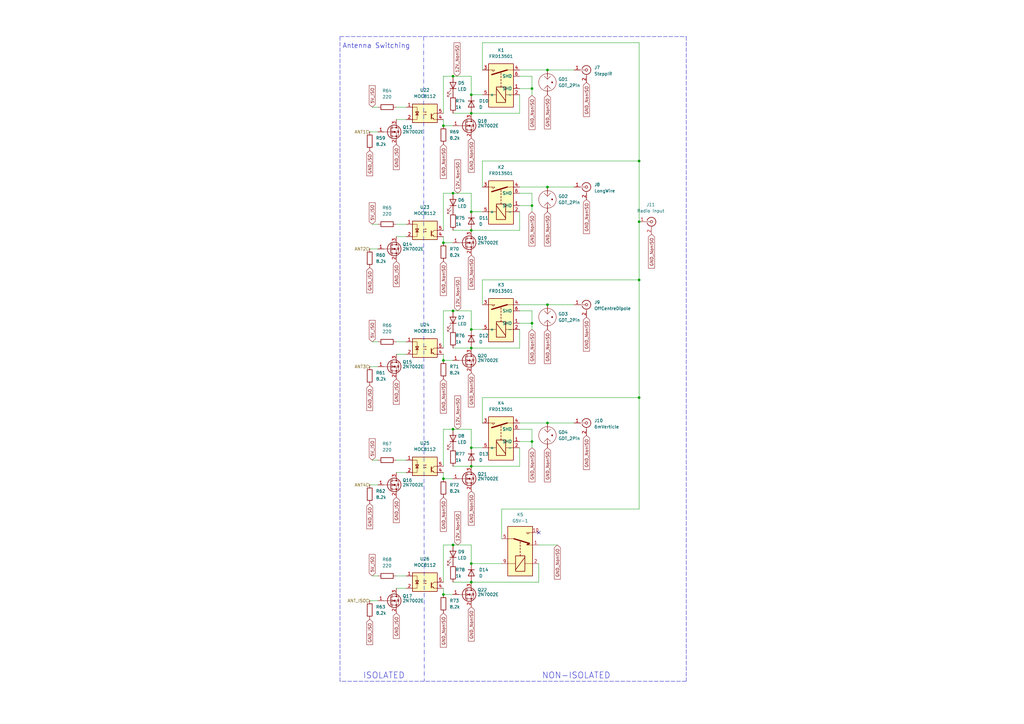
<source format=kicad_sch>
(kicad_sch (version 20211123) (generator eeschema)
  (paper "A3")
  (lib_symbols
    (symbol "Connector:Conn_Coaxial" (pin_names (offset 1.016) hide)
      (property "Reference" "J" (at 0.254 3.048 0))
      (property "Value" "Conn_Coaxial" (at 2.921 0 90))
      (symbol "Conn_Coaxial_0_1"
        (arc (start -1.778 -0.508) (mid 0.2311 -1.8066) (end 1.778 0) (stroke (width 0.254)))
        (polyline (pts (xy -2.54 0) (xy -0.508 0)))
        (polyline (pts (xy 0 -2.54) (xy 0 -1.778)))
        (circle (center 0 0) (radius 0.508) (stroke (width 0.2032)))
        (arc (start 1.778 0) (mid 0.2099 1.8101) (end -1.778 0.508) (stroke (width 0.254)))
      )
      (symbol "Conn_Coaxial_1_1"
        (pin passive line (at -5.08 0 0) (length 2.54) (name "In") (number "1"))
        (pin passive line (at 0 -5.08 90) (length 2.54) (name "Ext") (number "2"))
      )
    )
    (symbol "Device:D" (pin_numbers hide) (pin_names (offset 1.016) hide)
      (property "Reference" "D" (at 0 2.54 0))
      (property "Value" "D" (at 0 -2.54 0))
      (symbol "D_0_1"
        (polyline (pts (xy -1.27 1.27) (xy -1.27 -1.27)) (stroke (width 0.254)))
        (polyline (pts (xy 1.27 0) (xy -1.27 0)))
        (polyline (pts (xy 1.27 1.27) (xy 1.27 -1.27) (xy -1.27 0) (xy 1.27 1.27)) (stroke (width 0.254)))
      )
      (symbol "D_1_1"
        (pin passive line (at -3.81 0 0) (length 2.54) (name "K") (number "1"))
        (pin passive line (at 3.81 0 180) (length 2.54) (name "A") (number "2"))
      )
    )
    (symbol "Device:GDT_2Pin" (pin_numbers hide)
      (property "Reference" "GD" (at 5.08 0 90))
      (property "Value" "GDT_2Pin" (at 7.62 0 90))
      (symbol "GDT_2Pin_0_1"
        (polyline (pts (xy 0 -2.54) (xy 0 -1.27)))
        (polyline (pts (xy 0 -1.27) (xy -1.27 -2.54)))
        (polyline (pts (xy 0 -1.27) (xy 1.27 -2.54)))
        (polyline (pts (xy 0 1.27) (xy -1.27 2.54)))
        (polyline (pts (xy 0 1.27) (xy 1.27 2.54)))
        (polyline (pts (xy 0 2.54) (xy 0 1.27)))
        (circle (center 0 0) (radius 3.5814))
        (circle (center 1.905 0) (radius 0.127))
        (circle (center 1.905 0) (radius 0.127))
        (circle (center 1.905 0) (radius 0.2794))
        (circle (center 2.032 0) (radius 0.127))
      )
      (symbol "GDT_2Pin_1_1"
        (pin passive line (at 0 -5.08 90) (length 2.54) (name "~") (number "1"))
        (pin passive line (at 0 5.08 270) (length 2.54) (name "~") (number "3"))
      )
    )
    (symbol "Device:LED" (pin_numbers hide) (pin_names (offset 1.016) hide)
      (property "Reference" "D" (at 0 2.54 0))
      (property "Value" "LED" (at 0 -2.54 0))
      (symbol "LED_0_1"
        (polyline (pts (xy -1.27 -1.27) (xy -1.27 1.27)) (stroke (width 0.254)))
        (polyline (pts (xy -1.27 0) (xy 1.27 0)))
        (polyline (pts (xy 1.27 -1.27) (xy 1.27 1.27) (xy -1.27 0) (xy 1.27 -1.27)) (stroke (width 0.254)))
        (polyline (pts (xy -3.048 -0.762) (xy -4.572 -2.286) (xy -3.81 -2.286) (xy -4.572 -2.286) (xy -4.572 -1.524)))
        (polyline (pts (xy -1.778 -0.762) (xy -3.302 -2.286) (xy -2.54 -2.286) (xy -3.302 -2.286) (xy -3.302 -1.524)))
      )
      (symbol "LED_1_1"
        (pin passive line (at -3.81 0 0) (length 2.54) (name "K") (number "1"))
        (pin passive line (at 3.81 0 180) (length 2.54) (name "A") (number "2"))
      )
    )
    (symbol "Device:R" (pin_numbers hide) (pin_names (offset 0))
      (property "Reference" "R" (at 2.032 0 90))
      (property "Value" "R" (at 0 0 90))
      (symbol "R_0_1"
        (rectangle (start -1.016 -2.54) (end 1.016 2.54) (stroke (width 0.254)))
      )
      (symbol "R_1_1"
        (pin passive line (at 0 3.81 270) (length 1.27) (name "~") (number "1"))
        (pin passive line (at 0 -3.81 90) (length 1.27) (name "~") (number "2"))
      )
    )
    (symbol "LanaganV3:FRD13501"
      (property "Reference" "K2" (at 0 12.7 90))
      (property "Value" "FRD13501" (at 0 10.16 90))
      (symbol "FRD13501_0_0"
        (polyline (pts (xy 5.08 5.08) (xy 5.08 2.54) (xy 4.445 3.175) (xy 5.08 3.81)))
      )
      (symbol "FRD13501_0_1"
        (rectangle (start -10.16 5.08) (end 7.62 -5.08) (stroke (width 0.254)) (fill (type background)))
        (rectangle (start -8.255 1.905) (end -1.905 -1.905) (stroke (width 0.254)))
        (polyline (pts (xy -7.62 -1.905) (xy -2.54 1.905)) (stroke (width 0.254)))
        (polyline (pts (xy -5.08 -5.08) (xy -5.08 -1.905)))
        (polyline (pts (xy -5.08 5.08) (xy -5.08 1.905)))
        (polyline (pts (xy -1.905 0) (xy -1.27 0)) (stroke (width 0.254)))
        (polyline (pts (xy -0.635 0) (xy 0 0)) (stroke (width 0.254)))
        (polyline (pts (xy 0.635 0) (xy 1.27 0)) (stroke (width 0.254)))
        (polyline (pts (xy 1.905 0) (xy 2.54 0)) (stroke (width 0.254)))
        (polyline (pts (xy 3.175 0) (xy 3.81 0)) (stroke (width 0.254)))
        (polyline (pts (xy 5.08 -2.54) (xy 3.175 3.81)) (stroke (width 0.508)))
        (polyline (pts (xy 5.08 -2.54) (xy 5.08 -5.08)))
      )
      (symbol "FRD13501_1_1"
        (pin passive line (at -2.54 -7.62 90) (length 2.54) (name "SHD") (number "1"))
        (pin passive line (at -5.08 -7.62 90) (length 2.54) (name "-") (number "2"))
        (pin passive line (at 5.08 7.62 270) (length 2.54) (name "~") (number "3"))
        (pin passive line (at 5.08 -7.62 90) (length 2.54) (name "~") (number "4"))
        (pin passive line (at -5.08 7.62 270) (length 2.54) (name "+") (number "5"))
        (pin passive line (at 2.54 -7.62 90) (length 2.54) (name "SHD") (number "6"))
      )
    )
    (symbol "LanaganV3:MOC8112" (pin_names (offset 1.016))
      (property "Reference" "U" (at -5.08 5.08 0))
      (property "Value" "MOC8112" (at 0 5.08 0))
      (symbol "MOC8112_0_1"
        (rectangle (start -5.08 3.81) (end 5.08 -3.81) (stroke (width 0.254)) (fill (type background)))
        (polyline (pts (xy -3.81 -0.635) (xy -2.54 -0.635)) (stroke (width 0.254)))
        (polyline (pts (xy 2.667 -1.397) (xy 3.81 -2.54)))
        (polyline (pts (xy 2.667 -1.143) (xy 3.81 0)))
        (polyline (pts (xy 3.81 -2.54) (xy 5.08 -2.54)))
        (polyline (pts (xy 3.81 0) (xy 5.08 0)))
        (polyline (pts (xy 2.667 -0.254) (xy 2.667 -2.286) (xy 2.667 -2.286)) (stroke (width 0.3556)))
        (polyline (pts (xy -5.08 -2.54) (xy -3.175 -2.54) (xy -3.175 2.54) (xy -5.08 2.54)))
        (polyline (pts (xy -3.175 -0.635) (xy -3.81 0.635) (xy -2.54 0.635) (xy -3.175 -0.635)) (stroke (width 0.254)))
        (polyline (pts (xy 3.683 -2.413) (xy 3.429 -1.905) (xy 3.175 -2.159) (xy 3.683 -2.413)))
        (polyline (pts (xy -0.635 -0.508) (xy 0.635 -0.508) (xy 0.254 -0.635) (xy 0.254 -0.381) (xy 0.635 -0.508)))
        (polyline (pts (xy -0.635 0.508) (xy 0.635 0.508) (xy 0.254 0.381) (xy 0.254 0.635) (xy 0.635 0.508)))
      )
      (symbol "MOC8112_1_1"
        (pin passive line (at -7.62 2.54 0) (length 2.54) (name "~") (number "1"))
        (pin passive line (at -7.62 -2.54 0) (length 2.54) (name "~") (number "2"))
        (pin no_connect line (at -5.08 0 0) (length 2.54) hide (name "NC") (number "3"))
        (pin passive line (at 7.62 -2.54 180) (length 2.54) (name "~") (number "4"))
        (pin passive line (at 7.62 0 180) (length 2.54) (name "~") (number "5"))
        (pin no_connect line (at 5.08 2.54 180) (length 2.54) hide (name "NC") (number "6"))
      )
    )
    (symbol "Relay:G5V-1"
      (property "Reference" "K" (at 11.43 3.81 0))
      (property "Value" "G5V-1" (at 11.43 1.27 0))
      (symbol "G5V-1_0_0"
        (polyline (pts (xy 7.62 5.08) (xy 7.62 2.54) (xy 6.985 3.175) (xy 7.62 3.81)))
      )
      (symbol "G5V-1_0_1"
        (rectangle (start -10.16 5.08) (end 10.16 -5.08) (stroke (width 0.254)) (fill (type background)))
        (rectangle (start -8.255 1.905) (end -1.905 -1.905) (stroke (width 0.254)))
        (polyline (pts (xy -7.62 -1.905) (xy -2.54 1.905)) (stroke (width 0.254)))
        (polyline (pts (xy -5.08 -5.08) (xy -5.08 -1.905)))
        (polyline (pts (xy -5.08 5.08) (xy -5.08 1.905)))
        (polyline (pts (xy -1.905 0) (xy -1.27 0)) (stroke (width 0.254)))
        (polyline (pts (xy -0.635 0) (xy 0 0)) (stroke (width 0.254)))
        (polyline (pts (xy 0.635 0) (xy 1.27 0)) (stroke (width 0.254)))
        (polyline (pts (xy 1.905 0) (xy 2.54 0)) (stroke (width 0.254)))
        (polyline (pts (xy 3.175 0) (xy 3.81 0)) (stroke (width 0.254)))
        (polyline (pts (xy 5.08 -2.54) (xy 3.175 3.81)) (stroke (width 0.508)))
        (polyline (pts (xy 5.08 -2.54) (xy 5.08 -5.08)))
        (polyline (pts (xy 2.54 5.08) (xy 2.54 2.54) (xy 3.175 3.175) (xy 2.54 3.81)) (fill (type outline)))
      )
      (symbol "G5V-1_1_1"
        (pin passive line (at 2.54 7.62 270) (length 2.54) (name "~") (number "1"))
        (pin passive line (at 7.62 7.62 270) (length 2.54) (name "~") (number "10"))
        (pin passive line (at -5.08 7.62 270) (length 2.54) (name "~") (number "2"))
        (pin passive line (at 5.08 -7.62 90) (length 2.54) (name "~") (number "5"))
        (pin passive line (at 5.08 -7.62 90) (length 2.54) hide (name "~") (number "6"))
        (pin passive line (at -5.08 -7.62 90) (length 2.54) (name "~") (number "9"))
      )
    )
    (symbol "Transistor_FET:2N7002E" (pin_names hide)
      (property "Reference" "Q" (at 5.08 1.905 0))
      (property "Value" "2N7002E" (at 5.08 0 0))
      (symbol "2N7002E_0_1"
        (polyline (pts (xy 0.254 0) (xy -2.54 0)))
        (polyline (pts (xy 0.254 1.905) (xy 0.254 -1.905)) (stroke (width 0.254)))
        (polyline (pts (xy 0.762 -1.27) (xy 0.762 -2.286)) (stroke (width 0.254)))
        (polyline (pts (xy 0.762 0.508) (xy 0.762 -0.508)) (stroke (width 0.254)))
        (polyline (pts (xy 0.762 2.286) (xy 0.762 1.27)) (stroke (width 0.254)))
        (polyline (pts (xy 2.54 2.54) (xy 2.54 1.778)))
        (polyline (pts (xy 2.54 -2.54) (xy 2.54 0) (xy 0.762 0)))
        (polyline (pts (xy 0.762 -1.778) (xy 3.302 -1.778) (xy 3.302 1.778) (xy 0.762 1.778)))
        (polyline (pts (xy 1.016 0) (xy 2.032 0.381) (xy 2.032 -0.381) (xy 1.016 0)) (fill (type outline)))
        (polyline (pts (xy 2.794 0.508) (xy 2.921 0.381) (xy 3.683 0.381) (xy 3.81 0.254)))
        (polyline (pts (xy 3.302 0.381) (xy 2.921 -0.254) (xy 3.683 -0.254) (xy 3.302 0.381)))
        (circle (center 1.651 0) (radius 2.794) (stroke (width 0.254)))
        (circle (center 2.54 -1.778) (radius 0.254) (fill (type outline)))
        (circle (center 2.54 1.778) (radius 0.254) (fill (type outline)))
      )
      (symbol "2N7002E_1_1"
        (pin input line (at -5.08 0 0) (length 2.54) (name "G") (number "1"))
        (pin passive line (at 2.54 -5.08 90) (length 2.54) (name "S") (number "2"))
        (pin passive line (at 2.54 5.08 270) (length 2.54) (name "D") (number "3"))
      )
    )
  )
  (junction (at 262.128 163.068))
  (junction (at 185.801 31.242))
  (junction (at 193.294 94.488))
  (junction (at 185.801 176.022))
  (junction (at 224.536 28.702))
  (junction (at 224.536 173.482))
  (junction (at 193.294 46.482))
  (junction (at 185.801 223.52))
  (junction (at 193.294 191.262))
  (junction (at 181.864 243.84))
  (junction (at 193.294 142.748))
  (junction (at 193.294 183.642))
  (junction (at 193.294 38.862))
  (junction (at 218.186 36.322))
  (junction (at 181.864 51.562))
  (junction (at 185.801 127.508))
  (junction (at 218.186 84.328))
  (junction (at 193.294 238.76))
  (junction (at 193.294 86.868))
  (junction (at 224.536 124.968))
  (junction (at 224.536 76.708))
  (junction (at 181.864 99.568))
  (junction (at 262.128 90.932))
  (junction (at 193.294 231.14))
  (junction (at 185.801 79.248))
  (junction (at 193.294 135.128))
  (junction (at 262.128 66.04))
  (junction (at 218.186 132.588))
  (junction (at 181.864 147.828))
  (junction (at 218.186 181.102))
  (junction (at 262.128 114.808))
  (junction (at 181.864 196.342))
  (no_connect (at 220.98 218.44))
  (wire (pts (xy 181.864 176.022) (xy 181.864 191.262)))
  (wire (pts (xy 185.801 46.482) (xy 193.294 46.482)))
  (wire (pts (xy 185.801 79.248) (xy 193.294 79.248)))
  (wire (pts (xy 185.801 127.508) (xy 193.294 127.508)))
  (wire (pts (xy 152.654 188.722) (xy 154.94 188.722)))
  (wire (pts (xy 213.106 183.642) (xy 213.106 191.262)))
  (wire (pts (xy 151.638 150.368) (xy 154.94 150.368)))
  (wire (pts (xy 193.294 223.52) (xy 193.294 231.14)))
  (wire (pts (xy 218.186 127.508) (xy 218.186 132.588)))
  (wire (pts (xy 224.536 173.482) (xy 235.458 173.482)))
  (wire (pts (xy 162.56 193.802) (xy 166.624 193.802)))
  (wire (pts (xy 185.801 94.488) (xy 193.294 94.488)))
  (wire (pts (xy 262.128 163.068) (xy 262.128 114.808)))
  (wire (pts (xy 181.864 176.022) (xy 185.801 176.022)))
  (wire (pts (xy 193.294 79.248) (xy 193.294 86.868)))
  (wire (pts (xy 193.294 94.488) (xy 213.106 94.488)))
  (wire (pts (xy 193.294 127.508) (xy 193.294 135.128)))
  (polyline (pts (xy 139.446 14.986) (xy 281.432 14.986)))
  (wire (pts (xy 224.536 28.702) (xy 235.458 28.702)))
  (wire (pts (xy 162.56 43.942) (xy 166.624 43.942)))
  (wire (pts (xy 197.866 76.708) (xy 197.866 66.04)))
  (wire (pts (xy 262.128 90.932) (xy 262.128 66.04)))
  (wire (pts (xy 218.186 79.248) (xy 213.106 79.248)))
  (wire (pts (xy 262.128 66.04) (xy 262.128 17.526)))
  (wire (pts (xy 197.866 66.04) (xy 262.128 66.04)))
  (wire (pts (xy 213.106 28.702) (xy 224.536 28.702)))
  (wire (pts (xy 152.654 140.208) (xy 154.94 140.208)))
  (wire (pts (xy 213.106 86.868) (xy 213.106 94.488)))
  (wire (pts (xy 213.106 38.862) (xy 213.106 46.482)))
  (wire (pts (xy 193.294 31.242) (xy 193.294 38.862)))
  (wire (pts (xy 181.864 223.52) (xy 181.864 238.76)))
  (wire (pts (xy 197.866 173.482) (xy 197.866 163.068)))
  (wire (pts (xy 162.56 49.022) (xy 166.624 49.022)))
  (wire (pts (xy 197.866 114.808) (xy 262.128 114.808)))
  (wire (pts (xy 193.294 176.022) (xy 193.294 183.642)))
  (wire (pts (xy 181.864 223.52) (xy 185.801 223.52)))
  (wire (pts (xy 181.864 31.242) (xy 181.864 46.482)))
  (wire (pts (xy 162.56 140.208) (xy 166.624 140.208)))
  (wire (pts (xy 197.866 86.868) (xy 193.294 86.868)))
  (wire (pts (xy 262.128 163.068) (xy 262.128 208.788)))
  (wire (pts (xy 213.106 84.328) (xy 218.186 84.328)))
  (wire (pts (xy 205.74 208.788) (xy 205.74 220.98)))
  (wire (pts (xy 218.186 176.022) (xy 218.186 181.102)))
  (wire (pts (xy 162.56 188.722) (xy 166.624 188.722)))
  (wire (pts (xy 185.801 176.022) (xy 193.294 176.022)))
  (wire (pts (xy 162.56 145.288) (xy 166.624 145.288)))
  (wire (pts (xy 181.864 79.248) (xy 185.801 79.248)))
  (wire (pts (xy 197.866 17.526) (xy 262.128 17.526)))
  (wire (pts (xy 152.654 43.942) (xy 154.94 43.942)))
  (wire (pts (xy 162.56 236.22) (xy 166.624 236.22)))
  (wire (pts (xy 213.106 173.482) (xy 224.536 173.482)))
  (wire (pts (xy 213.106 127.508) (xy 218.186 127.508)))
  (wire (pts (xy 213.106 31.242) (xy 218.186 31.242)))
  (wire (pts (xy 220.98 223.52) (xy 228.6 223.52)))
  (wire (pts (xy 213.106 135.128) (xy 213.106 142.748)))
  (wire (pts (xy 181.864 31.242) (xy 185.801 31.242)))
  (wire (pts (xy 181.864 127.508) (xy 185.801 127.508)))
  (wire (pts (xy 151.638 198.882) (xy 154.94 198.882)))
  (wire (pts (xy 185.801 238.76) (xy 193.294 238.76)))
  (wire (pts (xy 181.864 243.84) (xy 185.674 243.84)))
  (wire (pts (xy 151.638 102.108) (xy 154.94 102.108)))
  (wire (pts (xy 218.186 86.868) (xy 218.186 84.328)))
  (wire (pts (xy 213.106 76.708) (xy 224.536 76.708)))
  (wire (pts (xy 213.106 181.102) (xy 218.186 181.102)))
  (polyline (pts (xy 139.446 14.986) (xy 139.446 279.4)))
  (wire (pts (xy 181.864 79.248) (xy 181.864 94.488)))
  (wire (pts (xy 181.864 127.508) (xy 181.864 142.748)))
  (wire (pts (xy 185.801 142.748) (xy 193.294 142.748)))
  (polyline (pts (xy 281.432 279.4) (xy 139.446 279.4)))
  (wire (pts (xy 218.186 132.588) (xy 218.186 135.128)))
  (wire (pts (xy 224.536 124.968) (xy 235.458 124.968)))
  (wire (pts (xy 213.106 124.968) (xy 224.536 124.968)))
  (wire (pts (xy 181.864 145.288) (xy 181.864 147.828)))
  (wire (pts (xy 197.866 163.068) (xy 262.128 163.068)))
  (wire (pts (xy 218.186 31.242) (xy 218.186 36.322)))
  (wire (pts (xy 181.864 99.568) (xy 185.674 99.568)))
  (wire (pts (xy 262.128 114.808) (xy 262.128 90.932)))
  (wire (pts (xy 197.866 135.128) (xy 193.294 135.128)))
  (wire (pts (xy 185.801 191.262) (xy 193.294 191.262)))
  (wire (pts (xy 181.864 193.802) (xy 181.864 196.342)))
  (wire (pts (xy 193.294 238.76) (xy 220.98 238.76)))
  (wire (pts (xy 262.128 208.788) (xy 205.74 208.788)))
  (wire (pts (xy 213.106 176.022) (xy 218.186 176.022)))
  (wire (pts (xy 220.98 238.76) (xy 220.98 231.14)))
  (wire (pts (xy 213.106 36.322) (xy 218.186 36.322)))
  (wire (pts (xy 224.536 76.708) (xy 235.458 76.708)))
  (wire (pts (xy 197.866 183.642) (xy 193.294 183.642)))
  (wire (pts (xy 181.864 49.022) (xy 181.864 51.562)))
  (wire (pts (xy 218.186 36.322) (xy 218.186 39.116)))
  (wire (pts (xy 197.866 17.526) (xy 197.866 28.702)))
  (wire (pts (xy 152.654 91.948) (xy 154.94 91.948)))
  (wire (pts (xy 193.294 231.14) (xy 205.74 231.14)))
  (wire (pts (xy 181.864 241.3) (xy 181.864 243.84)))
  (wire (pts (xy 197.866 38.862) (xy 193.294 38.862)))
  (wire (pts (xy 181.864 51.562) (xy 185.674 51.562)))
  (polyline (pts (xy 281.432 14.986) (xy 281.432 279.4)))
  (wire (pts (xy 193.294 46.482) (xy 213.106 46.482)))
  (wire (pts (xy 151.638 246.38) (xy 154.94 246.38)))
  (wire (pts (xy 181.864 196.342) (xy 185.674 196.342)))
  (polyline (pts (xy 173.736 14.986) (xy 173.99 279.4)) (stroke (width 0) (type dash_dot)))
  (wire (pts (xy 162.56 97.028) (xy 166.624 97.028)))
  (wire (pts (xy 218.186 181.102) (xy 218.186 183.642)))
  (wire (pts (xy 152.654 236.22) (xy 154.94 236.22)))
  (wire (pts (xy 185.801 223.52) (xy 193.294 223.52)))
  (wire (pts (xy 193.294 142.748) (xy 213.106 142.748)))
  (wire (pts (xy 218.186 84.328) (xy 218.186 79.248)))
  (wire (pts (xy 162.56 241.3) (xy 166.624 241.3)))
  (wire (pts (xy 151.638 54.102) (xy 154.94 54.102)))
  (wire (pts (xy 181.864 147.828) (xy 185.674 147.828)))
  (wire (pts (xy 213.106 132.588) (xy 218.186 132.588)))
  (wire (pts (xy 162.56 91.948) (xy 166.624 91.948)))
  (wire (pts (xy 197.866 114.808) (xy 197.866 124.968)))
  (wire (pts (xy 181.864 97.028) (xy 181.864 99.568)))
  (wire (pts (xy 185.801 31.242) (xy 193.294 31.242)))
  (wire (pts (xy 193.294 191.262) (xy 213.106 191.262)))
  (text "Antenna Switching" (at 140.462 20.066 0) (effects (font (size 2 2)) (justify left bottom)))
  (text "NON-ISOLATED" (at 222.25 278.638 0) (effects (font (size 2.5 2.5)) (justify left bottom)))
  (text "ISOLATED" (at 148.844 278.638 0) (effects (font (size 2.5 2.5)) (justify left bottom)))
  (global_label "5V_ISO" (shape input) (at 152.654 43.942 90) (property "Intersheet References" "${INTERSHEET_REFS}" (effects hide)))
  (global_label "GND_NonISO" (shape input) (at 181.864 251.46 270) (property "Intersheet References" "${INTERSHEET_REFS}" (effects hide)))
  (global_label "GND_NonISO" (shape input) (at 181.864 59.182 270) (property "Intersheet References" "${INTERSHEET_REFS}" (effects hide)))
  (global_label "GND_NonISO" (shape input) (at 218.186 183.642 270) (property "Intersheet References" "${INTERSHEET_REFS}" (effects hide)))
  (global_label "GND_NonISO" (shape input) (at 218.186 135.128 270) (property "Intersheet References" "${INTERSHEET_REFS}" (effects hide)))
  (global_label "GND_NonISO" (shape input) (at 218.186 86.868 270) (property "Intersheet References" "${INTERSHEET_REFS}" (effects hide)))
  (global_label "GND_ISO" (shape input) (at 162.56 107.188 270) (property "Intersheet References" "${INTERSHEET_REFS}" (effects hide)))
  (global_label "GND_NonISO" (shape input) (at 240.538 130.048 270) (property "Intersheet References" "${INTERSHEET_REFS}" (effects hide)))
  (global_label "GND_ISO" (shape input) (at 151.638 61.722 270) (property "Intersheet References" "${INTERSHEET_REFS}" (effects hide)))
  (global_label "GND_NonISO" (shape input) (at 240.538 33.782 270) (property "Intersheet References" "${INTERSHEET_REFS}" (effects hide)))
  (global_label "GND_NonISO" (shape input) (at 193.294 248.92 270) (property "Intersheet References" "${INTERSHEET_REFS}" (effects hide)))
  (global_label "GND_NonISO" (shape input) (at 224.536 86.868 270) (property "Intersheet References" "${INTERSHEET_REFS}" (effects hide)))
  (global_label "5V_ISO" (shape input) (at 152.654 236.22 90) (property "Intersheet References" "${INTERSHEET_REFS}" (effects hide)))
  (global_label "GND_NonISO" (shape input) (at 240.538 178.562 270) (property "Intersheet References" "${INTERSHEET_REFS}" (effects hide)))
  (global_label "GND_NonISO" (shape input) (at 224.536 183.642 270) (property "Intersheet References" "${INTERSHEET_REFS}" (effects hide)))
  (global_label "12V_NonISO" (shape input) (at 187.706 223.52 90) (property "Intersheet References" "${INTERSHEET_REFS}" (effects hide)))
  (global_label "GND_NonISO" (shape input) (at 218.186 39.116 270) (property "Intersheet References" "${INTERSHEET_REFS}" (effects hide)))
  (global_label "12V_NonISO" (shape input) (at 187.452 31.242 90) (property "Intersheet References" "${INTERSHEET_REFS}" (effects hide)))
  (global_label "GND_NonISO" (shape input) (at 224.536 38.862 270) (property "Intersheet References" "${INTERSHEET_REFS}" (effects hide)))
  (global_label "GND_ISO" (shape input) (at 151.638 157.988 270) (property "Intersheet References" "${INTERSHEET_REFS}" (effects hide)))
  (global_label "5V_ISO" (shape input) (at 152.654 188.722 90) (property "Intersheet References" "${INTERSHEET_REFS}" (effects hide)))
  (global_label "12V_NonISO" (shape input) (at 187.706 127.508 90) (property "Intersheet References" "${INTERSHEET_REFS}" (effects hide)))
  (global_label "GND_NonISO" (shape input) (at 193.294 201.422 270) (property "Intersheet References" "${INTERSHEET_REFS}" (effects hide)))
  (global_label "GND_NonISO" (shape input) (at 193.294 56.642 270) (property "Intersheet References" "${INTERSHEET_REFS}" (effects hide)))
  (global_label "12V_NonISO" (shape input) (at 187.706 79.248 90) (property "Intersheet References" "${INTERSHEET_REFS}" (effects hide)))
  (global_label "GND_NonISO" (shape input) (at 193.294 104.648 270) (property "Intersheet References" "${INTERSHEET_REFS}" (effects hide)))
  (global_label "5V_ISO" (shape input) (at 152.654 91.948 90) (property "Intersheet References" "${INTERSHEET_REFS}" (effects hide)))
  (global_label "GND_NonISO" (shape input) (at 193.294 152.908 270) (property "Intersheet References" "${INTERSHEET_REFS}" (effects hide)))
  (global_label "GND_ISO" (shape input) (at 162.56 59.182 270) (property "Intersheet References" "${INTERSHEET_REFS}" (effects hide)))
  (global_label "GND_ISO" (shape input) (at 162.56 155.448 270) (property "Intersheet References" "${INTERSHEET_REFS}" (effects hide)))
  (global_label "GND_ISO" (shape input) (at 162.56 251.46 270) (property "Intersheet References" "${INTERSHEET_REFS}" (effects hide)))
  (global_label "GND_NonISO" (shape input) (at 224.536 135.128 270) (property "Intersheet References" "${INTERSHEET_REFS}" (effects hide)))
  (global_label "12V_NonISO" (shape input) (at 187.706 176.022 90) (property "Intersheet References" "${INTERSHEET_REFS}" (effects hide)))
  (global_label "GND_NonISO" (shape input) (at 267.208 96.012 270) (property "Intersheet References" "${INTERSHEET_REFS}" (effects hide)))
  (global_label "GND_NonISO" (shape input) (at 240.538 81.788 270) (property "Intersheet References" "${INTERSHEET_REFS}" (effects hide)))
  (global_label "GND_NonISO" (shape input) (at 181.864 155.448 270) (property "Intersheet References" "${INTERSHEET_REFS}" (effects hide)))
  (global_label "GND_ISO" (shape input) (at 151.638 206.502 270) (property "Intersheet References" "${INTERSHEET_REFS}" (effects hide)))
  (global_label "GND_ISO" (shape input) (at 151.638 254 270) (property "Intersheet References" "${INTERSHEET_REFS}" (effects hide)))
  (global_label "GND_NonISO" (shape input) (at 181.864 203.962 270) (property "Intersheet References" "${INTERSHEET_REFS}" (effects hide)))
  (global_label "5V_ISO" (shape input) (at 152.654 140.208 90) (property "Intersheet References" "${INTERSHEET_REFS}" (effects hide)))
  (global_label "GND_ISO" (shape input) (at 151.638 109.728 270) (property "Intersheet References" "${INTERSHEET_REFS}" (effects hide)))
  (global_label "GND_NonISO" (shape input) (at 228.6 223.52 270) (property "Intersheet References" "${INTERSHEET_REFS}" (effects hide)))
  (global_label "GND_ISO" (shape input) (at 162.56 203.962 270) (property "Intersheet References" "${INTERSHEET_REFS}" (effects hide)))
  (global_label "GND_NonISO" (shape input) (at 181.864 107.188 270) (property "Intersheet References" "${INTERSHEET_REFS}" (effects hide)))
  (hierarchical_label "ANT2" (shape input) (at 151.638 102.108 180))
  (hierarchical_label "ANT1" (shape input) (at 151.638 54.102 180))
  (hierarchical_label "ANT_ISO" (shape input) (at 151.638 246.38 180))
  (hierarchical_label "ANT4" (shape input) (at 151.638 198.882 180))
  (hierarchical_label "ANT3" (shape input) (at 151.638 150.368 180))
  (symbol (lib_id "Device:R") (at 151.638 57.912 0) (unit 1)
    (property "Reference" "R59" (at 154.178 56.6419 0) (effects (justify left)))
    (property "Value" "8.2k" (at 154.178 59.1819 0) (effects (justify left)))
  )
  (symbol (lib_id "Device:R") (at 185.801 138.938 0) (unit 1)
    (property "Reference" "R76" (at 186.817 137.668 0) (effects (justify left)))
    (property "Value" "1k" (at 186.817 140.208 0) (effects (justify left)))
  )
  (symbol (lib_id "Transistor_FET:2N7002E") (at 190.754 147.828 0) (unit 1)
    (property "Reference" "Q20" (at 195.834 145.923 0) (effects (justify left)))
    (property "Value" "2N7002E" (at 195.834 147.828 0) (effects (justify left)))
    (property "Footprint" "Package_TO_SOT_SMD:SOT-23" (effects hide))
    (property "Datasheet" "http://www.diodes.com/assets/Datasheets/ds30376.pdf" (effects hide))
  )
  (symbol (lib_id "Device:LED") (at 185.801 131.318 270) (mirror x) (unit 1)
    (property "Reference" "D7" (at 187.833 130.302 90) (effects (justify left)))
    (property "Value" "LED" (at 187.706 132.842 90) (effects (justify left)))
  )
  (symbol (lib_id "LanaganV3:MOC8112") (at 174.244 191.262 0) (unit 1)
    (property "Reference" "U25" (at 174.244 181.737 0))
    (property "Value" "MOC8112" (at 174.244 184.277 0))
    (property "Footprint" "Package_DIP:DIP-6_W7.62mm" (effects hide))
    (property "Datasheet" "https://datasheetspdf.com/pdf-file/1220248/Vishay/MOC8112/1" (effects hide))
  )
  (symbol (lib_id "Device:R") (at 181.864 151.638 0) (unit 1)
    (property "Reference" "R71" (at 184.404 150.3679 0) (effects (justify left)))
    (property "Value" "8.2k" (at 184.404 152.9079 0) (effects (justify left)))
  )
  (symbol (lib_id "Device:LED") (at 185.801 35.052 270) (mirror x) (unit 1)
    (property "Reference" "D5" (at 187.833 34.036 90) (effects (justify left)))
    (property "Value" "LED" (at 187.706 36.576 90) (effects (justify left)))
  )
  (symbol (lib_id "Device:D") (at 193.294 90.678 270) (unit 1)
    (property "Reference" "D11" (at 196.469 89.4079 90) (effects (justify left)))
    (property "Value" "D" (at 196.469 91.9479 90) (effects (justify left)))
  )
  (symbol (lib_id "LanaganV3:MOC8112") (at 174.244 46.482 0) (unit 1)
    (property "Reference" "U22" (at 174.244 36.957 0))
    (property "Value" "MOC8112" (at 174.244 39.497 0))
    (property "Footprint" "Package_DIP:DIP-6_W7.62mm" (effects hide))
    (property "Datasheet" "https://datasheetspdf.com/pdf-file/1220248/Vishay/MOC8112/1" (effects hide))
  )
  (symbol (lib_id "Device:R") (at 151.638 250.19 0) (unit 1)
    (property "Reference" "R63" (at 154.178 248.9199 0) (effects (justify left)))
    (property "Value" "8.2k" (at 154.178 251.4599 0) (effects (justify left)))
  )
  (symbol (lib_id "LanaganV3:FRD13501") (at 205.486 178.562 90) (unit 1)
    (property "Reference" "K4" (at 205.486 165.354 90))
    (property "Value" "FRD13501" (at 205.486 167.894 90))
    (property "Footprint" "Relay_THT:Relay_StandexMeder_DIP_LowProfile" (effects hide))
    (property "Datasheet" "https://www.cynergy3.com/sites/default/files/cynergy3-frd13000-v3.pdf" (effects hide))
  )
  (symbol (lib_id "Device:R") (at 158.75 236.22 90) (unit 1)
    (property "Reference" "R68" (at 158.75 229.489 90))
    (property "Value" "220" (at 158.75 232.029 90))
  )
  (symbol (lib_id "Device:D") (at 193.294 138.938 270) (unit 1)
    (property "Reference" "D12" (at 196.469 137.6679 90) (effects (justify left)))
    (property "Value" "D" (at 196.469 140.2079 90) (effects (justify left)))
  )
  (symbol (lib_id "Device:R") (at 158.75 43.942 90) (unit 1)
    (property "Reference" "R64" (at 158.75 37.211 90))
    (property "Value" "220" (at 158.75 39.751 90))
  )
  (symbol (lib_id "Device:LED") (at 185.801 227.33 270) (mirror x) (unit 1)
    (property "Reference" "D9" (at 187.833 226.314 90) (effects (justify left)))
    (property "Value" "LED" (at 187.706 228.854 90) (effects (justify left)))
  )
  (symbol (lib_id "Connector:Conn_Coaxial") (at 267.208 90.932 0) (unit 1)
    (property "Reference" "J11" (at 266.8906 83.947 0))
    (property "Value" "Radio Input" (at 266.8906 86.487 0))
    (property "Datasheet" " ~" (effects hide))
  )
  (symbol (lib_id "Connector:Conn_Coaxial") (at 240.538 28.702 0) (unit 1)
    (property "Reference" "J7" (at 243.713 27.7251 0) (effects (justify left)))
    (property "Value" "SteppIR" (at 243.713 30.2651 0) (effects (justify left)))
    (property "Datasheet" " ~" (effects hide))
  )
  (symbol (lib_id "LanaganV3:FRD13501") (at 205.486 130.048 90) (unit 1)
    (property "Reference" "K3" (at 205.486 116.84 90))
    (property "Value" "FRD13501" (at 205.486 119.38 90))
    (property "Footprint" "Relay_THT:Relay_StandexMeder_DIP_LowProfile" (effects hide))
    (property "Datasheet" "https://www.cynergy3.com/sites/default/files/cynergy3-frd13000-v3.pdf" (effects hide))
  )
  (symbol (lib_id "Transistor_FET:2N7002E") (at 190.754 196.342 0) (unit 1)
    (property "Reference" "Q21" (at 195.834 194.437 0) (effects (justify left)))
    (property "Value" "2N7002E" (at 195.834 196.342 0) (effects (justify left)))
    (property "Footprint" "Package_TO_SOT_SMD:SOT-23" (effects hide))
    (property "Datasheet" "http://www.diodes.com/assets/Datasheets/ds30376.pdf" (effects hide))
  )
  (symbol (lib_id "Device:GDT_2Pin") (at 224.536 81.788 0) (unit 1)
    (property "Reference" "GD2" (at 228.981 80.5179 0) (effects (justify left)))
    (property "Value" "GDT_2Pin" (at 228.981 83.0579 0) (effects (justify left)))
  )
  (symbol (lib_id "Device:R") (at 151.638 105.918 0) (unit 1)
    (property "Reference" "R60" (at 154.178 104.6479 0) (effects (justify left)))
    (property "Value" "8.2k" (at 154.178 107.1879 0) (effects (justify left)))
  )
  (symbol (lib_id "Device:R") (at 185.801 234.95 0) (unit 1)
    (property "Reference" "R78" (at 186.817 233.68 0) (effects (justify left)))
    (property "Value" "1k" (at 186.817 236.22 0) (effects (justify left)))
  )
  (symbol (lib_id "LanaganV3:MOC8112") (at 174.244 238.76 0) (unit 1)
    (property "Reference" "U26" (at 174.244 229.235 0))
    (property "Value" "MOC8112" (at 174.244 231.775 0))
    (property "Footprint" "Package_DIP:DIP-6_W7.62mm" (effects hide))
    (property "Datasheet" "https://datasheetspdf.com/pdf-file/1220248/Vishay/MOC8112/1" (effects hide))
  )
  (symbol (lib_id "Device:R") (at 151.638 202.692 0) (unit 1)
    (property "Reference" "R62" (at 154.178 201.4219 0) (effects (justify left)))
    (property "Value" "8.2k" (at 154.178 203.9619 0) (effects (justify left)))
  )
  (symbol (lib_id "Device:GDT_2Pin") (at 224.536 33.782 0) (unit 1)
    (property "Reference" "GD1" (at 228.981 32.5119 0) (effects (justify left)))
    (property "Value" "GDT_2Pin" (at 228.981 35.0519 0) (effects (justify left)))
  )
  (symbol (lib_id "Transistor_FET:2N7002E") (at 190.754 51.562 0) (unit 1)
    (property "Reference" "Q18" (at 195.834 49.657 0) (effects (justify left)))
    (property "Value" "2N7002E" (at 195.834 51.562 0) (effects (justify left)))
    (property "Footprint" "Package_TO_SOT_SMD:SOT-23" (effects hide))
    (property "Datasheet" "http://www.diodes.com/assets/Datasheets/ds30376.pdf" (effects hide))
  )
  (symbol (lib_id "Transistor_FET:2N7002E") (at 160.02 150.368 0) (unit 1)
    (property "Reference" "Q15" (at 165.1 148.463 0) (effects (justify left)))
    (property "Value" "2N7002E" (at 165.1 150.368 0) (effects (justify left)))
    (property "Footprint" "Package_TO_SOT_SMD:SOT-23" (effects hide))
    (property "Datasheet" "http://www.diodes.com/assets/Datasheets/ds30376.pdf" (effects hide))
  )
  (symbol (lib_id "Device:R") (at 151.638 154.178 0) (unit 1)
    (property "Reference" "R61" (at 154.178 152.9079 0) (effects (justify left)))
    (property "Value" "8.2k" (at 154.178 155.4479 0) (effects (justify left)))
  )
  (symbol (lib_id "Transistor_FET:2N7002E") (at 190.754 243.84 0) (unit 1)
    (property "Reference" "Q22" (at 195.834 241.935 0) (effects (justify left)))
    (property "Value" "2N7002E" (at 195.834 243.84 0) (effects (justify left)))
    (property "Footprint" "Package_TO_SOT_SMD:SOT-23" (effects hide))
    (property "Datasheet" "http://www.diodes.com/assets/Datasheets/ds30376.pdf" (effects hide))
  )
  (symbol (lib_id "Device:D") (at 193.294 42.672 270) (unit 1)
    (property "Reference" "D10" (at 196.469 41.4019 90) (effects (justify left)))
    (property "Value" "D" (at 196.469 43.9419 90) (effects (justify left)))
  )
  (symbol (lib_id "Transistor_FET:2N7002E") (at 160.02 54.102 0) (unit 1)
    (property "Reference" "Q13" (at 165.1 52.197 0) (effects (justify left)))
    (property "Value" "2N7002E" (at 165.1 54.102 0) (effects (justify left)))
    (property "Footprint" "Package_TO_SOT_SMD:SOT-23" (effects hide))
    (property "Datasheet" "http://www.diodes.com/assets/Datasheets/ds30376.pdf" (effects hide))
  )
  (symbol (lib_id "Device:R") (at 181.864 247.65 0) (unit 1)
    (property "Reference" "R73" (at 184.404 246.3799 0) (effects (justify left)))
    (property "Value" "8.2k" (at 184.404 248.9199 0) (effects (justify left)))
  )
  (symbol (lib_id "Device:R") (at 158.75 188.722 90) (unit 1)
    (property "Reference" "R67" (at 158.75 181.991 90))
    (property "Value" "220" (at 158.75 184.531 90))
  )
  (symbol (lib_id "Connector:Conn_Coaxial") (at 240.538 173.482 0) (unit 1)
    (property "Reference" "J10" (at 243.713 172.5051 0) (effects (justify left)))
    (property "Value" "6mVerticle" (at 243.713 175.0451 0) (effects (justify left)))
    (property "Datasheet" " ~" (effects hide))
  )
  (symbol (lib_id "Device:D") (at 193.294 187.452 270) (unit 1)
    (property "Reference" "D13" (at 196.469 186.1819 90) (effects (justify left)))
    (property "Value" "D" (at 196.469 188.7219 90) (effects (justify left)))
  )
  (symbol (lib_id "Transistor_FET:2N7002E") (at 190.754 99.568 0) (unit 1)
    (property "Reference" "Q19" (at 195.834 97.663 0) (effects (justify left)))
    (property "Value" "2N7002E" (at 195.834 99.568 0) (effects (justify left)))
    (property "Footprint" "Package_TO_SOT_SMD:SOT-23" (effects hide))
    (property "Datasheet" "http://www.diodes.com/assets/Datasheets/ds30376.pdf" (effects hide))
  )
  (symbol (lib_id "Device:R") (at 158.75 91.948 90) (unit 1)
    (property "Reference" "R65" (at 158.75 85.217 90))
    (property "Value" "220" (at 158.75 87.757 90))
  )
  (symbol (lib_id "Device:R") (at 181.864 55.372 0) (unit 1)
    (property "Reference" "R69" (at 184.404 54.1019 0) (effects (justify left)))
    (property "Value" "8.2k" (at 184.404 56.6419 0) (effects (justify left)))
  )
  (symbol (lib_id "Device:R") (at 181.864 200.152 0) (unit 1)
    (property "Reference" "R72" (at 184.404 198.8819 0) (effects (justify left)))
    (property "Value" "8.2k" (at 184.404 201.4219 0) (effects (justify left)))
  )
  (symbol (lib_id "Relay:G5V-1") (at 213.36 226.06 270) (mirror x) (unit 1)
    (property "Reference" "K5" (at 213.36 211.074 90))
    (property "Value" "G5V-1" (at 213.36 213.614 90))
    (property "Footprint" "Relay_THT:Relay_SPDT_Omron_G5V-1" (effects hide))
    (property "Datasheet" "http://omronfs.omron.com/en_US/ecb/products/pdf/en-g5v_1.pdf" (effects hide))
  )
  (symbol (lib_id "Transistor_FET:2N7002E") (at 160.02 246.38 0) (unit 1)
    (property "Reference" "Q17" (at 165.1 244.475 0) (effects (justify left)))
    (property "Value" "2N7002E" (at 165.1 246.38 0) (effects (justify left)))
    (property "Footprint" "Package_TO_SOT_SMD:SOT-23" (effects hide))
    (property "Datasheet" "http://www.diodes.com/assets/Datasheets/ds30376.pdf" (effects hide))
  )
  (symbol (lib_id "Device:R") (at 185.801 187.452 0) (unit 1)
    (property "Reference" "R77" (at 186.817 186.182 0) (effects (justify left)))
    (property "Value" "1k" (at 186.817 188.722 0) (effects (justify left)))
  )
  (symbol (lib_id "Device:R") (at 181.864 103.378 0) (unit 1)
    (property "Reference" "R70" (at 184.404 102.1079 0) (effects (justify left)))
    (property "Value" "8.2k" (at 184.404 104.6479 0) (effects (justify left)))
  )
  (symbol (lib_id "Transistor_FET:2N7002E") (at 160.02 102.108 0) (unit 1)
    (property "Reference" "Q14" (at 165.1 100.203 0) (effects (justify left)))
    (property "Value" "2N7002E" (at 165.1 102.108 0) (effects (justify left)))
    (property "Footprint" "Package_TO_SOT_SMD:SOT-23" (effects hide))
    (property "Datasheet" "http://www.diodes.com/assets/Datasheets/ds30376.pdf" (effects hide))
  )
  (symbol (lib_id "Transistor_FET:2N7002E") (at 160.02 198.882 0) (unit 1)
    (property "Reference" "Q16" (at 165.1 196.977 0) (effects (justify left)))
    (property "Value" "2N7002E" (at 165.1 198.882 0) (effects (justify left)))
    (property "Footprint" "Package_TO_SOT_SMD:SOT-23" (effects hide))
    (property "Datasheet" "http://www.diodes.com/assets/Datasheets/ds30376.pdf" (effects hide))
  )
  (symbol (lib_id "LanaganV3:MOC8112") (at 174.244 142.748 0) (unit 1)
    (property "Reference" "U24" (at 174.244 133.223 0))
    (property "Value" "MOC8112" (at 174.244 135.763 0))
    (property "Footprint" "Package_DIP:DIP-6_W7.62mm" (effects hide))
    (property "Datasheet" "https://datasheetspdf.com/pdf-file/1220248/Vishay/MOC8112/1" (effects hide))
  )
  (symbol (lib_id "Connector:Conn_Coaxial") (at 240.538 76.708 0) (unit 1)
    (property "Reference" "J8" (at 243.713 75.7311 0) (effects (justify left)))
    (property "Value" "LongWire" (at 243.713 78.2711 0) (effects (justify left)))
    (property "Datasheet" " ~" (effects hide))
  )
  (symbol (lib_id "Device:LED") (at 185.801 179.832 270) (mirror x) (unit 1)
    (property "Reference" "D8" (at 187.833 178.816 90) (effects (justify left)))
    (property "Value" "LED" (at 187.706 181.356 90) (effects (justify left)))
  )
  (symbol (lib_id "Connector:Conn_Coaxial") (at 240.538 124.968 0) (unit 1)
    (property "Reference" "J9" (at 243.713 123.9911 0) (effects (justify left)))
    (property "Value" "OffCentreDipole" (at 243.713 126.5311 0) (effects (justify left)))
    (property "Datasheet" " ~" (effects hide))
  )
  (symbol (lib_id "LanaganV3:FRD13501") (at 205.486 81.788 90) (unit 1)
    (property "Reference" "K2" (at 205.486 68.58 90))
    (property "Value" "FRD13501" (at 205.486 71.12 90))
    (property "Footprint" "Relay_THT:Relay_StandexMeder_DIP_LowProfile" (effects hide))
    (property "Datasheet" "https://www.cynergy3.com/sites/default/files/cynergy3-frd13000-v3.pdf" (effects hide))
  )
  (symbol (lib_id "Device:LED") (at 185.801 83.058 270) (mirror x) (unit 1)
    (property "Reference" "D6" (at 187.833 82.042 90) (effects (justify left)))
    (property "Value" "LED" (at 187.706 84.582 90) (effects (justify left)))
  )
  (symbol (lib_id "LanaganV3:MOC8112") (at 174.244 94.488 0) (unit 1)
    (property "Reference" "U23" (at 174.244 84.963 0))
    (property "Value" "MOC8112" (at 174.244 87.503 0))
    (property "Footprint" "Package_DIP:DIP-6_W7.62mm" (effects hide))
    (property "Datasheet" "https://datasheetspdf.com/pdf-file/1220248/Vishay/MOC8112/1" (effects hide))
  )
  (symbol (lib_id "Device:R") (at 185.801 90.678 0) (unit 1)
    (property "Reference" "R75" (at 186.817 89.408 0) (effects (justify left)))
    (property "Value" "1k" (at 186.817 91.948 0) (effects (justify left)))
  )
  (symbol (lib_id "Device:R") (at 185.801 42.672 0) (unit 1)
    (property "Reference" "R74" (at 186.817 41.402 0) (effects (justify left)))
    (property "Value" "1k" (at 186.817 43.942 0) (effects (justify left)))
  )
  (symbol (lib_id "Device:R") (at 158.75 140.208 90) (unit 1)
    (property "Reference" "R66" (at 158.75 133.477 90))
    (property "Value" "220" (at 158.75 136.017 90))
  )
  (symbol (lib_id "LanaganV3:FRD13501") (at 205.486 33.782 90) (unit 1)
    (property "Reference" "K1" (at 205.486 20.574 90))
    (property "Value" "FRD13501" (at 205.486 23.114 90))
    (property "Footprint" "Relay_THT:Relay_StandexMeder_DIP_LowProfile" (effects hide))
    (property "Datasheet" "https://www.cynergy3.com/sites/default/files/cynergy3-frd13000-v3.pdf" (effects hide))
  )
  (symbol (lib_id "Device:GDT_2Pin") (at 224.536 178.562 0) (unit 1)
    (property "Reference" "GD4" (at 228.981 177.2919 0) (effects (justify left)))
    (property "Value" "GDT_2Pin" (at 228.981 179.8319 0) (effects (justify left)))
  )
  (symbol (lib_id "Device:GDT_2Pin") (at 224.536 130.048 0) (unit 1)
    (property "Reference" "GD3" (at 228.981 128.7779 0) (effects (justify left)))
    (property "Value" "GDT_2Pin" (at 228.981 131.3179 0) (effects (justify left)))
  )
  (symbol (lib_id "Device:D") (at 193.294 234.95 270) (unit 1)
    (property "Reference" "D14" (at 196.469 233.6799 90) (effects (justify left)))
    (property "Value" "D" (at 196.469 236.2199 90) (effects (justify left)))
  )
)
</source>
